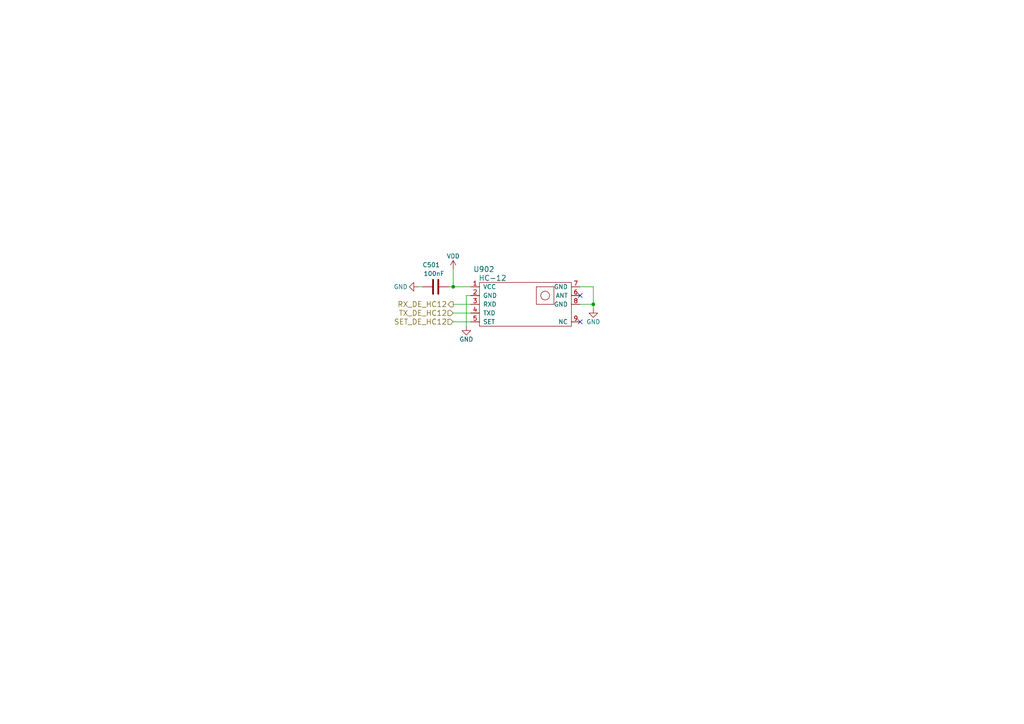
<source format=kicad_sch>
(kicad_sch
	(version 20231120)
	(generator "eeschema")
	(generator_version "8.0")
	(uuid "476dd24b-9200-41ef-a303-6e3ba59a1ce0")
	(paper "A4")
	(lib_symbols
		(symbol "Device:C"
			(pin_numbers hide)
			(pin_names
				(offset 0.254)
			)
			(exclude_from_sim no)
			(in_bom yes)
			(on_board yes)
			(property "Reference" "C"
				(at 0.635 2.54 0)
				(effects
					(font
						(size 1.27 1.27)
					)
					(justify left)
				)
			)
			(property "Value" "C"
				(at 0.635 -2.54 0)
				(effects
					(font
						(size 1.27 1.27)
					)
					(justify left)
				)
			)
			(property "Footprint" ""
				(at 0.9652 -3.81 0)
				(effects
					(font
						(size 1.27 1.27)
					)
					(hide yes)
				)
			)
			(property "Datasheet" "~"
				(at 0 0 0)
				(effects
					(font
						(size 1.27 1.27)
					)
					(hide yes)
				)
			)
			(property "Description" "Unpolarized capacitor"
				(at 0 0 0)
				(effects
					(font
						(size 1.27 1.27)
					)
					(hide yes)
				)
			)
			(property "ki_keywords" "cap capacitor"
				(at 0 0 0)
				(effects
					(font
						(size 1.27 1.27)
					)
					(hide yes)
				)
			)
			(property "ki_fp_filters" "C_*"
				(at 0 0 0)
				(effects
					(font
						(size 1.27 1.27)
					)
					(hide yes)
				)
			)
			(symbol "C_0_1"
				(polyline
					(pts
						(xy -2.032 -0.762) (xy 2.032 -0.762)
					)
					(stroke
						(width 0.508)
						(type default)
					)
					(fill
						(type none)
					)
				)
				(polyline
					(pts
						(xy -2.032 0.762) (xy 2.032 0.762)
					)
					(stroke
						(width 0.508)
						(type default)
					)
					(fill
						(type none)
					)
				)
			)
			(symbol "C_1_1"
				(pin passive line
					(at 0 3.81 270)
					(length 2.794)
					(name "~"
						(effects
							(font
								(size 1.27 1.27)
							)
						)
					)
					(number "1"
						(effects
							(font
								(size 1.27 1.27)
							)
						)
					)
				)
				(pin passive line
					(at 0 -3.81 90)
					(length 2.794)
					(name "~"
						(effects
							(font
								(size 1.27 1.27)
							)
						)
					)
					(number "2"
						(effects
							(font
								(size 1.27 1.27)
							)
						)
					)
				)
			)
		)
		(symbol "Luc_Kicad:HC-12"
			(pin_names
				(offset 1.016)
			)
			(exclude_from_sim no)
			(in_bom yes)
			(on_board yes)
			(property "Reference" "U"
				(at 3.81 5.08 0)
				(effects
					(font
						(size 1.524 1.524)
					)
				)
			)
			(property "Value" "HC-12"
				(at 6.35 2.54 0)
				(effects
					(font
						(size 1.524 1.524)
					)
				)
			)
			(property "Footprint" "Luc_Kicad:HC-12"
				(at 1.27 2.54 0)
				(effects
					(font
						(size 1.524 1.524)
					)
					(hide yes)
				)
			)
			(property "Datasheet" ""
				(at 0 0 0)
				(effects
					(font
						(size 1.524 1.524)
					)
				)
			)
			(property "Description" ""
				(at 0 0 0)
				(effects
					(font
						(size 1.27 1.27)
					)
					(hide yes)
				)
			)
			(property "Ref Fournisseur" "-"
				(at 0 0 0)
				(effects
					(font
						(size 1.524 1.524)
					)
					(hide yes)
				)
			)
			(property "Fournisseur" "-"
				(at 0 0 0)
				(effects
					(font
						(size 1.524 1.524)
					)
					(hide yes)
				)
			)
			(property "Ref Fab 2" "-"
				(at 0 0 0)
				(effects
					(font
						(size 1.524 1.524)
					)
					(hide yes)
				)
			)
			(property "Fab 2" "-"
				(at 0 0 0)
				(effects
					(font
						(size 1.524 1.524)
					)
					(hide yes)
				)
			)
			(property "Ref Fab 1" "-"
				(at 0 0 0)
				(effects
					(font
						(size 1.524 1.524)
					)
					(hide yes)
				)
			)
			(property "Fab 1" "-"
				(at 0 0 0)
				(effects
					(font
						(size 1.524 1.524)
					)
					(hide yes)
				)
			)
			(property "Article" "-"
				(at 0 0 0)
				(effects
					(font
						(size 1.524 1.524)
					)
					(hide yes)
				)
			)
			(property "A Monter" "Oui"
				(at 0 0 0)
				(effects
					(font
						(size 1.524 1.524)
					)
					(hide yes)
				)
			)
			(symbol "HC-12_0_1"
				(rectangle
					(start 2.54 1.27)
					(end 29.21 -11.43)
					(stroke
						(width 0)
						(type solid)
					)
					(fill
						(type none)
					)
				)
				(rectangle
					(start 19.05 0)
					(end 24.13 -5.08)
					(stroke
						(width 0)
						(type solid)
					)
					(fill
						(type none)
					)
				)
				(circle
					(center 21.59 -2.54)
					(radius 1.27)
					(stroke
						(width 0)
						(type solid)
					)
					(fill
						(type none)
					)
				)
			)
			(symbol "HC-12_1_1"
				(pin passive line
					(at 0 0 0)
					(length 2.54)
					(name "VCC"
						(effects
							(font
								(size 1.27 1.27)
							)
						)
					)
					(number "1"
						(effects
							(font
								(size 1.27 1.27)
							)
						)
					)
				)
				(pin passive line
					(at 0 -2.54 0)
					(length 2.54)
					(name "GND"
						(effects
							(font
								(size 1.27 1.27)
							)
						)
					)
					(number "2"
						(effects
							(font
								(size 1.27 1.27)
							)
						)
					)
				)
				(pin passive line
					(at 0 -5.08 0)
					(length 2.54)
					(name "RXD"
						(effects
							(font
								(size 1.27 1.27)
							)
						)
					)
					(number "3"
						(effects
							(font
								(size 1.27 1.27)
							)
						)
					)
				)
				(pin passive line
					(at 0 -7.62 0)
					(length 2.54)
					(name "TXD"
						(effects
							(font
								(size 1.27 1.27)
							)
						)
					)
					(number "4"
						(effects
							(font
								(size 1.27 1.27)
							)
						)
					)
				)
				(pin passive line
					(at 0 -10.16 0)
					(length 2.54)
					(name "SET"
						(effects
							(font
								(size 1.27 1.27)
							)
						)
					)
					(number "5"
						(effects
							(font
								(size 1.27 1.27)
							)
						)
					)
				)
				(pin passive line
					(at 31.75 -2.54 180)
					(length 2.54)
					(name "ANT"
						(effects
							(font
								(size 1.27 1.27)
							)
						)
					)
					(number "6"
						(effects
							(font
								(size 1.27 1.27)
							)
						)
					)
				)
				(pin passive line
					(at 31.75 0 180)
					(length 2.54)
					(name "GND"
						(effects
							(font
								(size 1.27 1.27)
							)
						)
					)
					(number "7"
						(effects
							(font
								(size 1.27 1.27)
							)
						)
					)
				)
				(pin passive line
					(at 31.75 -5.08 180)
					(length 2.54)
					(name "GND"
						(effects
							(font
								(size 1.27 1.27)
							)
						)
					)
					(number "8"
						(effects
							(font
								(size 1.27 1.27)
							)
						)
					)
				)
				(pin passive line
					(at 31.75 -10.16 180)
					(length 2.54)
					(name "NC"
						(effects
							(font
								(size 1.27 1.27)
							)
						)
					)
					(number "9"
						(effects
							(font
								(size 1.27 1.27)
							)
						)
					)
				)
			)
		)
		(symbol "power:GND"
			(power)
			(pin_names
				(offset 0)
			)
			(exclude_from_sim no)
			(in_bom yes)
			(on_board yes)
			(property "Reference" "#PWR"
				(at 0 -6.35 0)
				(effects
					(font
						(size 1.27 1.27)
					)
					(hide yes)
				)
			)
			(property "Value" "GND"
				(at 0 -3.81 0)
				(effects
					(font
						(size 1.27 1.27)
					)
				)
			)
			(property "Footprint" ""
				(at 0 0 0)
				(effects
					(font
						(size 1.27 1.27)
					)
					(hide yes)
				)
			)
			(property "Datasheet" ""
				(at 0 0 0)
				(effects
					(font
						(size 1.27 1.27)
					)
					(hide yes)
				)
			)
			(property "Description" "Power symbol creates a global label with name \"GND\" , ground"
				(at 0 0 0)
				(effects
					(font
						(size 1.27 1.27)
					)
					(hide yes)
				)
			)
			(property "ki_keywords" "global power"
				(at 0 0 0)
				(effects
					(font
						(size 1.27 1.27)
					)
					(hide yes)
				)
			)
			(symbol "GND_0_1"
				(polyline
					(pts
						(xy 0 0) (xy 0 -1.27) (xy 1.27 -1.27) (xy 0 -2.54) (xy -1.27 -1.27) (xy 0 -1.27)
					)
					(stroke
						(width 0)
						(type default)
					)
					(fill
						(type none)
					)
				)
			)
			(symbol "GND_1_1"
				(pin power_in line
					(at 0 0 270)
					(length 0) hide
					(name "GND"
						(effects
							(font
								(size 1.27 1.27)
							)
						)
					)
					(number "1"
						(effects
							(font
								(size 1.27 1.27)
							)
						)
					)
				)
			)
		)
		(symbol "power:VDD"
			(power)
			(pin_names
				(offset 0)
			)
			(exclude_from_sim no)
			(in_bom yes)
			(on_board yes)
			(property "Reference" "#PWR"
				(at 0 -3.81 0)
				(effects
					(font
						(size 1.27 1.27)
					)
					(hide yes)
				)
			)
			(property "Value" "VDD"
				(at 0 3.81 0)
				(effects
					(font
						(size 1.27 1.27)
					)
				)
			)
			(property "Footprint" ""
				(at 0 0 0)
				(effects
					(font
						(size 1.27 1.27)
					)
					(hide yes)
				)
			)
			(property "Datasheet" ""
				(at 0 0 0)
				(effects
					(font
						(size 1.27 1.27)
					)
					(hide yes)
				)
			)
			(property "Description" "Power symbol creates a global label with name \"VDD\""
				(at 0 0 0)
				(effects
					(font
						(size 1.27 1.27)
					)
					(hide yes)
				)
			)
			(property "ki_keywords" "global power"
				(at 0 0 0)
				(effects
					(font
						(size 1.27 1.27)
					)
					(hide yes)
				)
			)
			(symbol "VDD_0_1"
				(polyline
					(pts
						(xy -0.762 1.27) (xy 0 2.54)
					)
					(stroke
						(width 0)
						(type default)
					)
					(fill
						(type none)
					)
				)
				(polyline
					(pts
						(xy 0 0) (xy 0 2.54)
					)
					(stroke
						(width 0)
						(type default)
					)
					(fill
						(type none)
					)
				)
				(polyline
					(pts
						(xy 0 2.54) (xy 0.762 1.27)
					)
					(stroke
						(width 0)
						(type default)
					)
					(fill
						(type none)
					)
				)
			)
			(symbol "VDD_1_1"
				(pin power_in line
					(at 0 0 90)
					(length 0) hide
					(name "VDD"
						(effects
							(font
								(size 1.27 1.27)
							)
						)
					)
					(number "1"
						(effects
							(font
								(size 1.27 1.27)
							)
						)
					)
				)
			)
		)
	)
	(junction
		(at 131.445 83.185)
		(diameter 0)
		(color 0 0 0 0)
		(uuid "bbbc0265-63ae-42e3-b899-90372eaa646d")
	)
	(junction
		(at 172.085 88.265)
		(diameter 0)
		(color 0 0 0 0)
		(uuid "e1547f74-0d4f-4761-b52a-442488d616cd")
	)
	(no_connect
		(at 168.275 93.345)
		(uuid "231102f0-0d95-4b84-a0a5-ae7503109869")
	)
	(no_connect
		(at 168.275 85.725)
		(uuid "53726cc7-81a5-4fd8-a315-f308adb8632b")
	)
	(wire
		(pts
			(xy 168.275 88.265) (xy 172.085 88.265)
		)
		(stroke
			(width 0)
			(type default)
		)
		(uuid "095bc500-ba60-46c2-a461-96b5a8926945")
	)
	(wire
		(pts
			(xy 131.445 93.345) (xy 136.525 93.345)
		)
		(stroke
			(width 0)
			(type default)
		)
		(uuid "5e868c2e-bae3-4239-b464-8f3dc006847f")
	)
	(wire
		(pts
			(xy 168.275 83.185) (xy 172.085 83.185)
		)
		(stroke
			(width 0)
			(type default)
		)
		(uuid "5fa44d4a-b82a-4b0d-9a92-9cdbbcc1595b")
	)
	(wire
		(pts
			(xy 172.085 83.185) (xy 172.085 88.265)
		)
		(stroke
			(width 0)
			(type default)
		)
		(uuid "79f9a784-49ec-490c-a329-17faac00d86f")
	)
	(wire
		(pts
			(xy 135.255 85.725) (xy 136.525 85.725)
		)
		(stroke
			(width 0)
			(type default)
		)
		(uuid "7bfc2bd9-41a3-47ed-ba3a-98ecc0d9544a")
	)
	(wire
		(pts
			(xy 121.285 83.185) (xy 122.555 83.185)
		)
		(stroke
			(width 0)
			(type default)
		)
		(uuid "abee4404-67b6-43de-a3de-d5ffbab2cd0f")
	)
	(wire
		(pts
			(xy 130.175 83.185) (xy 131.445 83.185)
		)
		(stroke
			(width 0)
			(type default)
		)
		(uuid "b520eda9-7443-4722-b52a-9697d53916ae")
	)
	(wire
		(pts
			(xy 131.445 78.105) (xy 131.445 83.185)
		)
		(stroke
			(width 0)
			(type default)
		)
		(uuid "c68b4e29-3100-4e03-ac98-e013333cc39d")
	)
	(wire
		(pts
			(xy 131.445 83.185) (xy 136.525 83.185)
		)
		(stroke
			(width 0)
			(type default)
		)
		(uuid "dccf7563-c549-4bea-90b6-43aeb94d12c0")
	)
	(wire
		(pts
			(xy 131.445 90.805) (xy 136.525 90.805)
		)
		(stroke
			(width 0)
			(type default)
		)
		(uuid "e4e346b5-955b-48ae-ba94-496792111a09")
	)
	(wire
		(pts
			(xy 131.445 88.265) (xy 136.525 88.265)
		)
		(stroke
			(width 0)
			(type default)
		)
		(uuid "e58632c8-d487-4329-a8fb-43f9c3bbd64d")
	)
	(wire
		(pts
			(xy 135.255 94.615) (xy 135.255 85.725)
		)
		(stroke
			(width 0)
			(type default)
		)
		(uuid "f672b977-c20a-4926-9903-cef7a215bfe4")
	)
	(wire
		(pts
			(xy 172.085 88.265) (xy 172.085 89.535)
		)
		(stroke
			(width 0)
			(type default)
		)
		(uuid "fa2c45ea-c36f-4f0d-b3a9-95526d100202")
	)
	(hierarchical_label "TX_DE_HC12"
		(shape input)
		(at 131.445 90.805 180)
		(fields_autoplaced yes)
		(effects
			(font
				(size 1.524 1.524)
			)
			(justify right)
		)
		(uuid "98fa3827-b0cb-4bab-a818-be82e3b22254")
	)
	(hierarchical_label "RX_DE_HC12"
		(shape output)
		(at 131.445 88.265 180)
		(fields_autoplaced yes)
		(effects
			(font
				(size 1.524 1.524)
			)
			(justify right)
		)
		(uuid "b8dbe7d4-adad-4668-a3f3-78502ef03b82")
	)
	(hierarchical_label "SET_DE_HC12"
		(shape input)
		(at 131.445 93.345 180)
		(fields_autoplaced yes)
		(effects
			(font
				(size 1.524 1.524)
			)
			(justify right)
		)
		(uuid "ec6aa45d-78d4-471e-89b8-8a40168e8c94")
	)
	(symbol
		(lib_id "power:GND")
		(at 135.255 94.615 0)
		(unit 1)
		(exclude_from_sim no)
		(in_bom yes)
		(on_board yes)
		(dnp no)
		(uuid "186ff340-cd9d-445c-b5cf-5296e238fa99")
		(property "Reference" "#PWR067"
			(at 135.255 100.965 0)
			(effects
				(font
					(size 1.27 1.27)
				)
				(hide yes)
			)
		)
		(property "Value" "GND"
			(at 135.255 98.425 0)
			(effects
				(font
					(size 1.27 1.27)
				)
			)
		)
		(property "Footprint" ""
			(at 135.255 94.615 0)
			(effects
				(font
					(size 1.27 1.27)
				)
				(hide yes)
			)
		)
		(property "Datasheet" ""
			(at 135.255 94.615 0)
			(effects
				(font
					(size 1.27 1.27)
				)
				(hide yes)
			)
		)
		(property "Description" ""
			(at 135.255 94.615 0)
			(effects
				(font
					(size 1.27 1.27)
				)
				(hide yes)
			)
		)
		(pin "1"
			(uuid "d3d5b78f-ed85-4005-8f09-592b00b50438")
		)
		(instances
			(project "PoulTryMonitoring V3-4"
				(path "/71962616-703a-4f3e-b897-dd3f13246214/00000000-0000-0000-0000-00005c41d8b1"
					(reference "#PWR067")
					(unit 1)
				)
			)
			(project "EcranTFT2.8"
				(path "/dbada24b-ff3e-46c1-af93-5602227a7947/f4aff6b3-48c6-4cee-a100-407605548b35"
					(reference "#PWR0503")
					(unit 1)
				)
			)
		)
	)
	(symbol
		(lib_id "Luc_Kicad:HC-12")
		(at 136.525 83.185 0)
		(unit 1)
		(exclude_from_sim no)
		(in_bom yes)
		(on_board yes)
		(dnp no)
		(uuid "49be94f6-70cc-4354-8601-d163be411a82")
		(property "Reference" "U902"
			(at 140.335 78.105 0)
			(effects
				(font
					(size 1.524 1.524)
				)
			)
		)
		(property "Value" "HC-12"
			(at 142.875 80.645 0)
			(effects
				(font
					(size 1.524 1.524)
				)
			)
		)
		(property "Footprint" "Luc_Kicad:HC-12"
			(at 136.525 83.185 0)
			(effects
				(font
					(size 1.524 1.524)
				)
				(hide yes)
			)
		)
		(property "Datasheet" ""
			(at 136.525 83.185 0)
			(effects
				(font
					(size 1.524 1.524)
				)
			)
		)
		(property "Description" ""
			(at 136.525 83.185 0)
			(effects
				(font
					(size 1.27 1.27)
				)
				(hide yes)
			)
		)
		(property "Article" "-"
			(at 136.525 83.185 0)
			(effects
				(font
					(size 1.524 1.524)
				)
				(hide yes)
			)
		)
		(property "Fab 1" "-"
			(at 136.525 83.185 0)
			(effects
				(font
					(size 1.524 1.524)
				)
				(hide yes)
			)
		)
		(property "Ref Fab 1" "-"
			(at 136.525 83.185 0)
			(effects
				(font
					(size 1.524 1.524)
				)
				(hide yes)
			)
		)
		(property "Fab 2" "-"
			(at 136.525 83.185 0)
			(effects
				(font
					(size 1.524 1.524)
				)
				(hide yes)
			)
		)
		(property "Ref Fab 2" "-"
			(at 136.525 83.185 0)
			(effects
				(font
					(size 1.524 1.524)
				)
				(hide yes)
			)
		)
		(property "Fournisseur" "-"
			(at 136.525 83.185 0)
			(effects
				(font
					(size 1.524 1.524)
				)
				(hide yes)
			)
		)
		(property "Ref Fournisseur" "-"
			(at 136.525 83.185 0)
			(effects
				(font
					(size 1.524 1.524)
				)
				(hide yes)
			)
		)
		(property "A Monter" "Oui"
			(at 136.525 83.185 0)
			(effects
				(font
					(size 1.524 1.524)
				)
				(hide yes)
			)
		)
		(property "PV" "3.5"
			(at 136.525 83.185 0)
			(effects
				(font
					(size 1.524 1.524)
				)
				(hide yes)
			)
		)
		(pin "1"
			(uuid "c19e4e6c-7d61-44ab-8df6-2a9ef4973609")
		)
		(pin "2"
			(uuid "cca67306-7a01-4d2d-a3e2-e8fd89ea56d5")
		)
		(pin "3"
			(uuid "89c72d46-0d84-417c-9c3c-8fd747014216")
		)
		(pin "4"
			(uuid "c019e31a-592a-4424-bae9-54807ac0066c")
		)
		(pin "5"
			(uuid "b03fd3cf-fb82-4844-b91f-f7d8b62c9e76")
		)
		(pin "6"
			(uuid "e8bc123d-d523-4607-a49b-2128ac617b54")
		)
		(pin "7"
			(uuid "99a8117b-b9f0-4a5e-821c-cd1a3e404e27")
		)
		(pin "8"
			(uuid "336d494e-12d2-4c31-ae2c-3ecf37ac5e33")
		)
		(pin "9"
			(uuid "4d0badea-cb26-4119-a1f4-0846450e112a")
		)
		(instances
			(project "PoulTryMonitoring V3-4"
				(path "/71962616-703a-4f3e-b897-dd3f13246214/00000000-0000-0000-0000-00005c41d8b1"
					(reference "U902")
					(unit 1)
				)
			)
			(project "EcranTFT2.8"
				(path "/dbada24b-ff3e-46c1-af93-5602227a7947/f4aff6b3-48c6-4cee-a100-407605548b35"
					(reference "U501")
					(unit 1)
				)
			)
		)
	)
	(symbol
		(lib_id "Device:C")
		(at 126.365 83.185 90)
		(mirror x)
		(unit 1)
		(exclude_from_sim no)
		(in_bom yes)
		(on_board yes)
		(dnp no)
		(uuid "6899aa85-7326-431b-878c-e27f58602072")
		(property "Reference" "C501"
			(at 127.635 76.835 90)
			(effects
				(font
					(size 1.27 1.27)
				)
				(justify left)
			)
		)
		(property "Value" "100nF"
			(at 128.905 79.375 90)
			(effects
				(font
					(size 1.27 1.27)
				)
				(justify left)
			)
		)
		(property "Footprint" "Luc_Kicad:CMS_1206"
			(at 130.175 84.1502 0)
			(effects
				(font
					(size 1.27 1.27)
				)
				(hide yes)
			)
		)
		(property "Datasheet" ""
			(at 126.365 83.185 0)
			(effects
				(font
					(size 1.27 1.27)
				)
				(hide yes)
			)
		)
		(property "Description" ""
			(at 126.365 83.185 0)
			(effects
				(font
					(size 1.27 1.27)
				)
				(hide yes)
			)
		)
		(pin "1"
			(uuid "2674e6dc-1456-4437-bb66-15e1f46ffe63")
		)
		(pin "2"
			(uuid "dd9ebbc2-ac3e-4a4d-adab-7cc1766b7295")
		)
		(instances
			(project "PoulTryMonitoring V3-4"
				(path "/71962616-703a-4f3e-b897-dd3f13246214/00000000-0000-0000-0000-00005c41d8b1"
					(reference "C501")
					(unit 1)
				)
			)
			(project "EcranTFT2.8"
				(path "/dbada24b-ff3e-46c1-af93-5602227a7947/f4aff6b3-48c6-4cee-a100-407605548b35"
					(reference "C501")
					(unit 1)
				)
			)
		)
	)
	(symbol
		(lib_id "power:GND")
		(at 121.285 83.185 270)
		(mirror x)
		(unit 1)
		(exclude_from_sim no)
		(in_bom yes)
		(on_board yes)
		(dnp no)
		(uuid "9f027500-35c6-4713-b25e-f143b6b9c79e")
		(property "Reference" "#PWR065"
			(at 114.935 83.185 0)
			(effects
				(font
					(size 1.27 1.27)
				)
				(hide yes)
			)
		)
		(property "Value" "GND"
			(at 116.205 83.185 90)
			(effects
				(font
					(size 1.27 1.27)
				)
			)
		)
		(property "Footprint" ""
			(at 121.285 83.185 0)
			(effects
				(font
					(size 1.27 1.27)
				)
				(hide yes)
			)
		)
		(property "Datasheet" ""
			(at 121.285 83.185 0)
			(effects
				(font
					(size 1.27 1.27)
				)
				(hide yes)
			)
		)
		(property "Description" ""
			(at 121.285 83.185 0)
			(effects
				(font
					(size 1.27 1.27)
				)
				(hide yes)
			)
		)
		(pin "1"
			(uuid "173ac601-27f6-45b0-a537-fa0a1a209663")
		)
		(instances
			(project "PoulTryMonitoring V3-4"
				(path "/71962616-703a-4f3e-b897-dd3f13246214/00000000-0000-0000-0000-00005c41d8b1"
					(reference "#PWR065")
					(unit 1)
				)
			)
			(project "EcranTFT2.8"
				(path "/dbada24b-ff3e-46c1-af93-5602227a7947/f4aff6b3-48c6-4cee-a100-407605548b35"
					(reference "#PWR0501")
					(unit 1)
				)
			)
		)
	)
	(symbol
		(lib_id "power:VDD")
		(at 131.445 78.105 0)
		(mirror y)
		(unit 1)
		(exclude_from_sim no)
		(in_bom yes)
		(on_board yes)
		(dnp no)
		(uuid "ba88f39b-515b-4cb4-9fe4-0c1f6affca69")
		(property "Reference" "#PWR066"
			(at 131.445 81.915 0)
			(effects
				(font
					(size 1.27 1.27)
				)
				(hide yes)
			)
		)
		(property "Value" "VDD"
			(at 131.445 74.295 0)
			(effects
				(font
					(size 1.27 1.27)
				)
			)
		)
		(property "Footprint" ""
			(at 131.445 78.105 0)
			(effects
				(font
					(size 1.27 1.27)
				)
				(hide yes)
			)
		)
		(property "Datasheet" ""
			(at 131.445 78.105 0)
			(effects
				(font
					(size 1.27 1.27)
				)
				(hide yes)
			)
		)
		(property "Description" ""
			(at 131.445 78.105 0)
			(effects
				(font
					(size 1.27 1.27)
				)
				(hide yes)
			)
		)
		(pin "1"
			(uuid "220f00ca-5172-4a46-a057-8ed5f6a0c114")
		)
		(instances
			(project "PoulTryMonitoring V3-4"
				(path "/71962616-703a-4f3e-b897-dd3f13246214/00000000-0000-0000-0000-00005c41d8b1"
					(reference "#PWR066")
					(unit 1)
				)
			)
			(project "EcranTFT2.8"
				(path "/dbada24b-ff3e-46c1-af93-5602227a7947/f4aff6b3-48c6-4cee-a100-407605548b35"
					(reference "#PWR0502")
					(unit 1)
				)
			)
		)
	)
	(symbol
		(lib_id "power:GND")
		(at 172.085 89.535 0)
		(unit 1)
		(exclude_from_sim no)
		(in_bom yes)
		(on_board yes)
		(dnp no)
		(uuid "d8a1d570-ea61-48f3-bb27-5e5737b9602c")
		(property "Reference" "#PWR064"
			(at 172.085 95.885 0)
			(effects
				(font
					(size 1.27 1.27)
				)
				(hide yes)
			)
		)
		(property "Value" "GND"
			(at 172.085 93.345 0)
			(effects
				(font
					(size 1.27 1.27)
				)
			)
		)
		(property "Footprint" ""
			(at 172.085 89.535 0)
			(effects
				(font
					(size 1.27 1.27)
				)
				(hide yes)
			)
		)
		(property "Datasheet" ""
			(at 172.085 89.535 0)
			(effects
				(font
					(size 1.27 1.27)
				)
				(hide yes)
			)
		)
		(property "Description" ""
			(at 172.085 89.535 0)
			(effects
				(font
					(size 1.27 1.27)
				)
				(hide yes)
			)
		)
		(pin "1"
			(uuid "f273feaf-5e91-43c6-be35-a455aa55caf6")
		)
		(instances
			(project "PoulTryMonitoring V3-4"
				(path "/71962616-703a-4f3e-b897-dd3f13246214/00000000-0000-0000-0000-00005c41d8b1"
					(reference "#PWR064")
					(unit 1)
				)
			)
			(project "EcranTFT2.8"
				(path "/dbada24b-ff3e-46c1-af93-5602227a7947/f4aff6b3-48c6-4cee-a100-407605548b35"
					(reference "#PWR0504")
					(unit 1)
				)
			)
		)
	)
)

</source>
